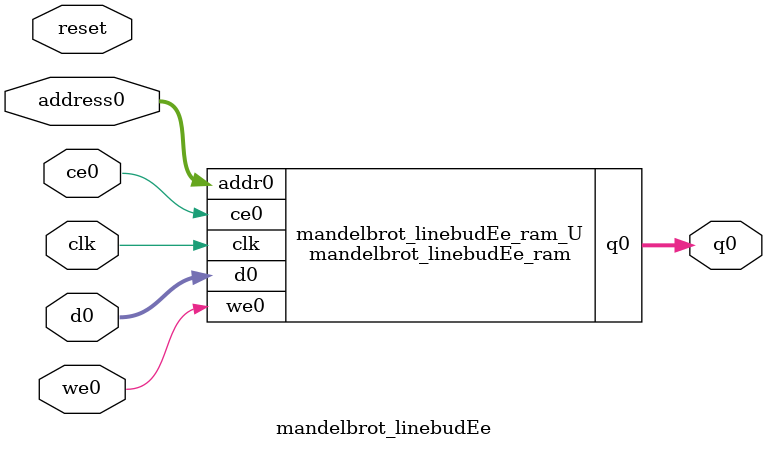
<source format=v>

`timescale 1 ns / 1 ps
module mandelbrot_linebudEe_ram (addr0, ce0, d0, we0, q0,  clk);

parameter DWIDTH = 32;
parameter AWIDTH = 9;
parameter MEM_SIZE = 480;

input[AWIDTH-1:0] addr0;
input ce0;
input[DWIDTH-1:0] d0;
input we0;
output reg[DWIDTH-1:0] q0;
input clk;

(* ram_style = "block" *)reg [DWIDTH-1:0] ram[0:MEM_SIZE-1];




always @(posedge clk)  
begin 
    if (ce0) 
    begin
        if (we0) 
        begin 
            ram[addr0] <= d0; 
            q0 <= d0;
        end 
        else 
            q0 <= ram[addr0];
    end
end


endmodule


`timescale 1 ns / 1 ps
module mandelbrot_linebudEe(
    reset,
    clk,
    address0,
    ce0,
    we0,
    d0,
    q0);

parameter DataWidth = 32'd32;
parameter AddressRange = 32'd480;
parameter AddressWidth = 32'd9;
input reset;
input clk;
input[AddressWidth - 1:0] address0;
input ce0;
input we0;
input[DataWidth - 1:0] d0;
output[DataWidth - 1:0] q0;



mandelbrot_linebudEe_ram mandelbrot_linebudEe_ram_U(
    .clk( clk ),
    .addr0( address0 ),
    .ce0( ce0 ),
    .d0( d0 ),
    .we0( we0 ),
    .q0( q0 ));

endmodule


</source>
